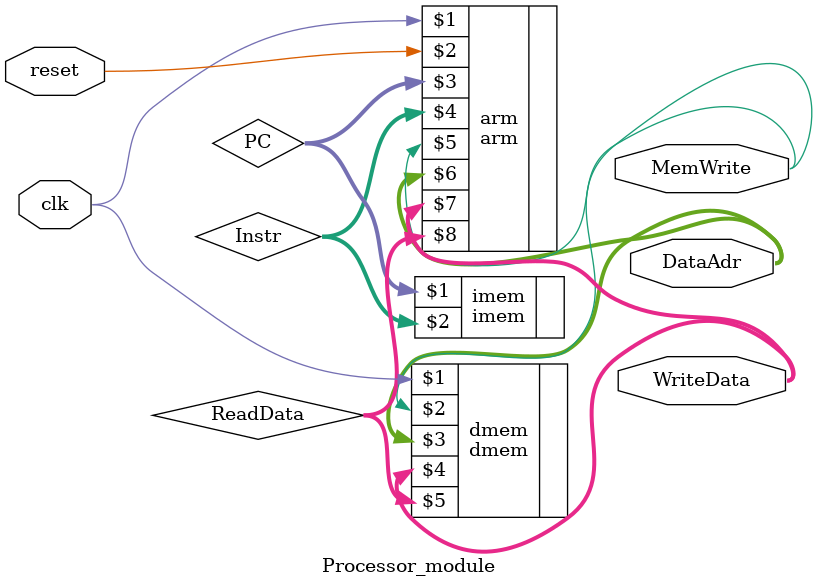
<source format=sv>
module Processor_module(
		input logic		clk, reset,
		output logic [31:0] WriteData, DataAdr,
		output logic	MemWrite);
		
		logic [31:0] Instr, ReadData, PC;
		
		
		// Procesador ARM uniciclo
		arm arm(clk, reset, PC, Instr, MemWrite, DataAdr,
					WriteData, ReadData);
		
		// RAM con las instrucciones del algoritmo ecualizador
		imem imem(PC, Instr);
		
		// RAM para guardar la imagen ecualizada y los datos de las operaciones
		dmem dmem(clk, MemWrite,DataAdr, WriteData, ReadData);

endmodule 
</source>
